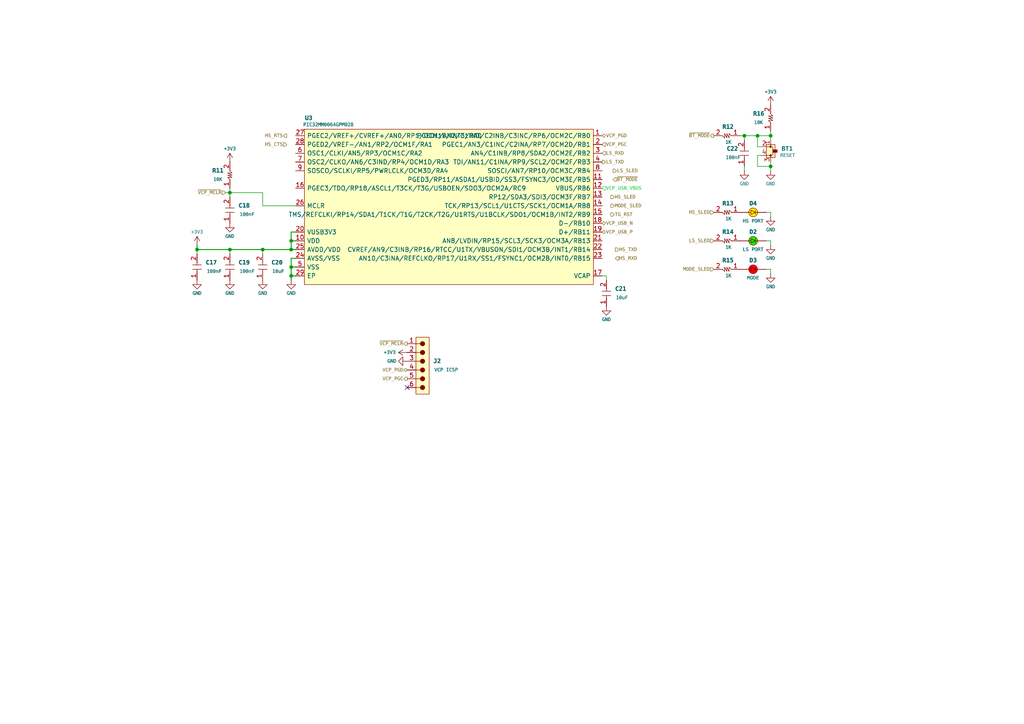
<source format=kicad_sch>
(kicad_sch (version 20231120) (generator "eeschema") (generator_version "8.0")
  (paper "A4")
  (title_block (title "PROGRAMMER & DEBUGGER") (date "2024-12-04") (rev "0.1") (company "TON DUC THANG UNIVERSITY") (comment 1 "Schematic Designed by ...") (comment 2 "PCB Designed by ...") (comment 3 "Approved by ..."))
  (lib_symbols
    (symbol "SAMPI:BT" (pin_names hide)
      (property "Reference" "BT1" (at -1.27 1.27 0))
      (property "Value" "RESET" (at -1.905 -0.635 0))
      (symbol "BT_0_1"
        (polyline (pts (xy -1.27 -3.81) (xy -1.27 -5.08)))
        (polyline (pts (xy 1.27 -3.81) (xy 1.27 -5.08)))
      )
      (symbol "BT_1_0"
        (rectangle (start -1.905 -2.54) (end 1.905 -5.08) (fill (type background)))
        (circle (center -1.27 -3.81) (radius 0.254) (fill (type outline)))
        (rectangle (start -0.381 -1.905) (end 0.381 -3.175) (fill (type outline)))
        (polyline (pts (xy -1.27 -3.81) (xy -1.905 -3.81)))
        (polyline (pts (xy -1.27 -3.175) (xy 1.27 -3.175)))
        (polyline (pts (xy 1.27 -3.81) (xy 1.905 -3.81)))
        (circle (center 1.27 -3.81) (radius 0.254) (fill (type outline)))
        (pin passive line (at -3.175 -3.81 0) (length 1.27) (name "1") (number "1"))
        (pin passive line (at -1.27 -6.35 90) (length 1.27) (name "2") (number "2"))
        (pin passive line (at 3.175 -3.81 180) (length 1.27) (name "3") (number "3"))
        (pin passive line (at 1.27 -6.35 90) (length 1.27) (name "4") (number "4"))
      )
    )
    (symbol "SAMPI:CERCAP" (pin_names hide)
      (property "Reference" "C" (at -1.905 1.905 0))
      (property "Value" "CerCap" (at -1.905 0 0))
      (symbol "CERCAP_0_1"
        (polyline (pts (xy 0 -2.54) (xy 0.635 -2.54)))
        (polyline (pts (xy 0.635 -1.27) (xy 0.635 -3.81)))
        (polyline (pts (xy 1.905 -2.54) (xy 2.54 -2.54)))
        (polyline (pts (xy 1.905 -1.27) (xy 1.905 -3.81)))
      )
      (symbol "CERCAP_1_1"
        (pin bidirectional line (at -2.54 -2.54 0) (length 2.54) (name "1") (number "1"))
        (pin bidirectional line (at 5.08 -2.54 180) (length 2.54) (name "2") (number "2"))
      )
    )
    (symbol "SAMPI:GLED" (pin_numbers hide) (pin_names hide)
      (property "Reference" "D" (at 0 1.905 0))
      (property "Value" "GLED" (at 0 0 0))
      (symbol "GLED_0_1"
        (polyline (pts (xy 0.635 -2.54) (xy 1.27 -2.54)))
        (polyline (pts (xy 2.54 -2.54) (xy 3.175 -2.54)))
        (polyline (pts (xy 2.54 -1.905) (xy 2.54 -3.175)))
      )
      (symbol "GLED_1_1"
        (polyline (pts (xy 1.27 -1.905) (xy 1.27 -3.175) (xy 2.54 -2.54) (xy 1.27 -1.905)))
        (circle (center 1.905 -2.54) (radius 1.27) (fill (type color) (color 0 255 0 1)))
        (pin bidirectional line (at -1.905 -2.54 0) (length 2.54) (name "A") (number "A"))
        (pin bidirectional line (at 5.715 -2.54 180) (length 2.54) (name "K") (number "K"))
      )
    )
    (symbol "SAMPI:RES" (pin_names hide)
      (property "Reference" "R" (at 0 1.905 0))
      (property "Value" "RES" (at 0 0 0))
      (symbol "RES_0_1"
        (polyline (pts (xy 0 -2.54) (xy 0.635 -1.905) (xy 0.635 -3.175) (xy 1.27 -1.905) (xy 1.27 -3.175) (xy 1.905 -1.905) (xy 1.905 -3.175) (xy 2.54 -2.54)))
      )
      (symbol "RES_1_1"
        (pin bidirectional line (at -2.54 -2.54 0) (length 2.54) (name "1") (number "1"))
        (pin bidirectional line (at 5.08 -2.54 180) (length 2.54) (name "2") (number "2"))
      )
    )
    (symbol "SAMPI:RLED" (pin_numbers hide) (pin_names hide)
      (property "Reference" "D" (at 0 0 0))
      (property "Value" "RLED" (at 0 -1.905 0))
      (symbol "RLED_0_1"
        (polyline (pts (xy 0 -4.445) (xy 0.635 -4.445)))
        (polyline (pts (xy 1.905 -4.445) (xy 2.54 -4.445)))
        (polyline (pts (xy 1.905 -3.81) (xy 1.905 -5.08)))
      )
      (symbol "RLED_1_1"
        (polyline (pts (xy 0.635 -3.81) (xy 0.635 -5.08) (xy 1.905 -4.445) (xy 0.635 -3.81)))
        (circle (center 1.27 -4.445) (radius 1.27) (fill (type color) (color 255 0 0 1)))
        (pin bidirectional line (at -2.54 -4.445 0) (length 2.54) (name "A") (number "A"))
        (pin bidirectional line (at 5.08 -4.445 180) (length 2.54) (name "K") (number "K"))
      )
    )
    (symbol "SAMPI:SIL06" (pin_names hide)
      (property "Reference" "J" (at 0 2.54 0))
      (property "Value" "SIL06" (at 0 0.635 0))
      (symbol "SIL06_1_1"
        (rectangle (start -1.905 -0.635) (end 1.905 -17.145) (fill (type background)))
        (circle (center 0 -15.24) (radius 0.635) (fill (type outline)))
        (circle (center 0 -12.7) (radius 0.635) (fill (type outline)))
        (circle (center 0 -10.16) (radius 0.635) (fill (type outline)))
        (circle (center 0 -7.62) (radius 0.635) (fill (type outline)))
        (circle (center 0 -5.08) (radius 0.635) (fill (type outline)))
        (circle (center 0 -2.54) (radius 0.635) (fill (type outline)))
        (polyline (pts (xy -1.905 -15.24) (xy -0.635 -15.24)))
        (polyline (pts (xy -1.905 -10.16) (xy -0.635 -10.16)))
        (polyline (pts (xy -1.905 -5.08) (xy -0.635 -5.08)))
        (polyline (pts (xy -1.905 -2.54) (xy -0.635 -2.54)))
        (polyline (pts (xy -0.635 -12.7) (xy -1.905 -12.7)))
        (polyline (pts (xy -0.635 -7.62) (xy -1.905 -7.62)))
        (pin passive line (at -4.445 -2.54 0) (length 2.54) (name "1") (number "1"))
        (pin passive line (at -4.445 -5.08 0) (length 2.54) (name "2") (number "2"))
        (pin passive line (at -4.445 -7.62 0) (length 2.54) (name "3") (number "3"))
        (pin passive line (at -4.445 -10.16 0) (length 2.54) (name "4") (number "4"))
        (pin passive line (at -4.445 -12.7 0) (length 2.54) (name "5") (number "5"))
        (pin passive line (at -4.445 -15.24 0) (length 2.54) (name "6") (number "6"))
      )
    )
    (symbol "SAMPI:YLED" (pin_numbers hide) (pin_names hide)
      (property "Reference" "D" (at 0 0 0))
      (property "Value" "YLED" (at 1.27 -1.905 0))
      (symbol "YLED_0_1"
        (polyline (pts (xy -1.27 -5.08) (xy -0.635 -5.08)))
        (polyline (pts (xy 0.635 -5.08) (xy 1.27 -5.08)))
        (polyline (pts (xy 0.635 -4.445) (xy 0.635 -5.715)))
        (polyline (pts (xy -0.635 -4.445) (xy -0.635 -5.715) (xy 0.635 -5.08) (xy -0.635 -4.445)))
      )
      (symbol "YLED_1_1"
        (circle (center 0 -5.08) (radius 1.27) (fill (type color) (color 255 255 0 1)))
        (pin bidirectional line (at -3.81 -5.08 0) (length 2.54) (name "A") (number "A"))
        (pin bidirectional line (at 3.81 -5.08 180) (length 2.54) (name "K") (number "K"))
      )
    )
    (symbol "TUANLIB:PIC32MM0256GPM028-I_M6" (pin_names (offset 0.762))
      (property "Reference" "U4" (at 6.35 6.985 0))
      (property "Value" "MCU" (at 6.985 5.08 0))
      (symbol "PIC32MM0256GPM028-I_M6_0_0"
        (pin bidirectional line (at 91.44 1.905 180) (length 2.54) (name "PGED1/AN2/C1IND/C2INB/C3INC/RP6/OCM2C/RB0") (number "1"))
        (pin power_in line (at 2.54 -28.575 0) (length 2.54) (name "VDD") (number "10"))
        (pin bidirectional line (at 91.44 -10.795 180) (length 2.54) (name "PGED3/RP11/ASDA1/USBID/SS3/FSYNC3/OCM3E/RB5") (number "11"))
        (pin bidirectional line (at 91.44 -13.335 180) (length 2.54) (name "VBUS/RB6") (number "12"))
        (pin bidirectional line (at 91.44 -15.875 180) (length 2.54) (name "RP12/SDA3/SDI3/OCM3F/RB7") (number "13"))
        (pin bidirectional line (at 91.44 -18.415 180) (length 2.54) (name "TCK/RP13/SCL1/U1CTS/SCK1/OCM1A/RB8") (number "14"))
        (pin bidirectional line (at 91.44 -20.955 180) (length 2.54) (name "TMS/REFCLKI/RP14/SDA1/T1CK/T1G/T2CK/T2G/U1RTS/U1BCLK/SDO1/OCM1B/INT2/RB9") (number "15"))
        (pin bidirectional line (at 2.54 -13.335 0) (length 2.54) (name "PGEC3/TDO/RP18/ASCL1/T3CK/T3G/USBOEN/SDO3/OCM2A/RC9") (number "16"))
        (pin passive line (at 91.44 -38.735 180) (length 2.54) (name "VCAP") (number "17"))
        (pin bidirectional line (at 91.44 -23.495 180) (length 2.54) (name "D-/RB10") (number "18"))
        (pin bidirectional line (at 91.44 -26.035 180) (length 2.54) (name "D+/RB11") (number "19"))
        (pin bidirectional line (at 91.44 -0.635 180) (length 2.54) (name "PGEC1/AN3/C1INC/C2INA/RP7/OCM2D/RB1") (number "2"))
        (pin power_in line (at 2.54 -26.035 0) (length 2.54) (name "VUSB3V3") (number "20"))
        (pin bidirectional line (at 91.44 -28.575 180) (length 2.54) (name "AN8/LVDIN/RP15/SCL3/SCK3/OCM3A/RB13") (number "21"))
        (pin bidirectional line (at 91.44 -31.115 180) (length 2.54) (name "CVREF/AN9/C3INB/RP16/RTCC/U1TX/VBUSON/SDI1/OCM3B/INT1/RB14") (number "22"))
        (pin bidirectional line (at 91.44 -33.655 180) (length 2.54) (name "AN10/C3INA/REFCLKO/RP17/U1RX/SS1/FSYNC1/OCM2B/INT0/RB15") (number "23"))
        (pin passive line (at 2.54 -33.655 0) (length 2.54) (name "AVSS/VSS") (number "24"))
        (pin power_in line (at 2.54 -31.115 0) (length 2.54) (name "AVDD/VDD") (number "25"))
        (pin input line (at 2.54 -18.415 0) (length 2.54) (name "MCLR") (number "26"))
        (pin bidirectional line (at 2.54 1.905 0) (length 2.54) (name "PGEC2/VREF+/CVREF+/AN0/RP1/OCM1E/INT3/RA0") (number "27"))
        (pin bidirectional line (at 2.54 -0.635 0) (length 2.54) (name "PGED2/VREF-/AN1/RP2/OCM1F/RA1") (number "28"))
        (pin passive line (at 2.54 -38.735 0) (length 2.54) (name "EP") (number "29"))
        (pin bidirectional line (at 91.44 -3.175 180) (length 2.54) (name "AN4/C1INB/RP8/SDA2/OCM2E/RB2") (number "3"))
        (pin bidirectional line (at 91.44 -5.715 180) (length 2.54) (name "TDI/AN11/C1INA/RP9/SCL2/OCM2F/RB3") (number "4"))
        (pin passive line (at 2.54 -36.195 0) (length 2.54) (name "VSS") (number "5"))
        (pin bidirectional line (at 2.54 -3.175 0) (length 2.54) (name "OSC1/CLKI/AN5/RP3/OCM1C/RA2") (number "6"))
        (pin bidirectional line (at 2.54 -5.715 0) (length 2.54) (name "OSC2/CLKO/AN6/C3IND/RP4/OCM1D/RA3") (number "7"))
        (pin bidirectional line (at 91.44 -8.255 180) (length 2.54) (name "SOSCI/AN7/RP10/OCM3C/RB4") (number "8"))
        (pin bidirectional line (at 2.54 -8.255 0) (length 2.54) (name "SOSCO/SCLKI/RP5/PWRLCLK/OCM3D/RA4") (number "9"))
      )
      (symbol "PIC32MM0256GPM028-I_M6_0_1"
        (rectangle (start 5.08 3.81) (end 88.9 -41.275) (fill (type background)))
      )
      (symbol "PIC32MM0256GPM028-I_M6_1_0"
        (pin no_connect line (at 2.54 -22.225 0) (length 2.54) hide (name "NC") (number "0"))
      )
    )
    (symbol "power:+3V3" (power) (pin_numbers hide) (pin_names (offset 0) hide)
      (property "Value" "+3V3" (at 0 3.556 0))
      (symbol "+3V3_0_1"
        (polyline (pts (xy -0.762 1.27) (xy 0 2.54)))
        (polyline (pts (xy 0 0) (xy 0 2.54)))
        (polyline (pts (xy 0 2.54) (xy 0.762 1.27)))
      )
      (symbol "+3V3_1_1"
        (pin power_in line (at 0 0 90) (length 0) (name "~") (number "1"))
      )
    )
    (symbol "power:GND" (power) (pin_numbers hide) (pin_names (offset 0) hide)
      (property "Value" "GND" (at 0 -3.81 0))
      (symbol "GND_0_1"
        (polyline (pts (xy 0 0) (xy 0 -1.27) (xy 1.27 -1.27) (xy 0 -2.54) (xy -1.27 -1.27) (xy 0 -1.27)))
      )
      (symbol "GND_1_1"
        (pin power_in line (at 0 0 270) (length 0) (name "~") (number "1"))
      )
    )
  )
  (junction (at 84.455 77.47))
  (junction (at 66.675 72.39))
  (junction (at 215.9 39.37))
  (junction (at 84.455 69.85))
  (junction (at 57.15 72.39))
  (junction (at 66.675 55.88))
  (junction (at 219.71 39.37))
  (junction (at 223.52 48.26))
  (junction (at 223.52 39.37))
  (junction (at 76.2 72.39))
  (junction (at 84.455 72.39))
  (junction (at 84.455 80.01))
  (no_connect (at 118.11 112.395))
  (wire (pts (xy 223.52 46.99) (xy 223.52 48.26)))
  (wire (pts (xy 84.455 67.31) (xy 85.725 67.31)) (stroke (width 0.254)))
  (wire (pts (xy 84.455 77.47) (xy 84.455 80.01)) (stroke (width 0.254)))
  (wire (pts (xy 66.675 72.39) (xy 66.675 73.66)))
  (wire (pts (xy 223.52 49.53) (xy 223.52 48.26)))
  (wire (pts (xy 219.71 48.26) (xy 223.52 48.26)))
  (wire (pts (xy 85.725 72.39) (xy 84.455 72.39)) (stroke (width 0.254)))
  (wire (pts (xy 219.71 39.37) (xy 219.71 42.545)))
  (wire (pts (xy 223.52 40.64) (xy 223.52 39.37)))
  (wire (pts (xy 76.2 72.39) (xy 84.455 72.39)) (stroke (width 0.254)))
  (wire (pts (xy 66.675 55.88) (xy 76.2 55.88)))
  (wire (pts (xy 85.725 74.93) (xy 84.455 74.93)) (stroke (width 0.254)))
  (wire (pts (xy 215.9 39.37) (xy 215.9 40.64)))
  (wire (pts (xy 214.63 39.37) (xy 215.9 39.37)))
  (wire (pts (xy 76.2 73.66) (xy 76.2 72.39)))
  (wire (pts (xy 84.455 77.47) (xy 85.725 77.47)) (stroke (width 0.254)))
  (wire (pts (xy 84.455 80.01) (xy 85.725 80.01)) (stroke (width 0.254)))
  (wire (pts (xy 223.52 79.375) (xy 223.52 78.105)))
  (wire (pts (xy 57.15 73.66) (xy 57.15 72.39)))
  (wire (pts (xy 215.9 49.53) (xy 215.9 48.26)))
  (wire (pts (xy 84.455 74.93) (xy 84.455 77.47)) (stroke (width 0.254)))
  (wire (pts (xy 220.98 42.545) (xy 219.71 42.545)))
  (wire (pts (xy 175.895 80.01) (xy 174.625 80.01)))
  (wire (pts (xy 220.98 45.085) (xy 219.71 45.085)))
  (wire (pts (xy 66.675 72.39) (xy 76.2 72.39)) (stroke (width 0.254)))
  (wire (pts (xy 219.71 39.37) (xy 223.52 39.37)))
  (wire (pts (xy 66.675 57.15) (xy 66.675 55.88)))
  (wire (pts (xy 76.2 55.88) (xy 76.2 59.69)))
  (wire (pts (xy 222.25 78.105) (xy 223.52 78.105)))
  (wire (pts (xy 223.52 62.865) (xy 223.52 61.595)))
  (wire (pts (xy 84.455 69.85) (xy 85.725 69.85)) (stroke (width 0.254)))
  (wire (pts (xy 57.15 72.39) (xy 66.675 72.39)) (stroke (width 0.254)))
  (wire (pts (xy 57.15 71.12) (xy 57.15 72.39)) (stroke (width 0.254)))
  (wire (pts (xy 84.455 80.01) (xy 84.455 81.28)) (stroke (width 0.254)))
  (wire (pts (xy 219.71 45.085) (xy 219.71 48.26)))
  (wire (pts (xy 66.675 54.61) (xy 66.675 55.88)))
  (wire (pts (xy 76.2 59.69) (xy 85.725 59.69)))
  (wire (pts (xy 222.25 61.595) (xy 223.52 61.595)))
  (wire (pts (xy 175.895 81.28) (xy 175.895 80.01)))
  (wire (pts (xy 223.52 71.12) (xy 223.52 69.85)))
  (wire (pts (xy 215.9 39.37) (xy 219.71 39.37)))
  (wire (pts (xy 222.25 69.85) (xy 223.52 69.85)))
  (wire (pts (xy 84.455 72.39) (xy 84.455 69.85)) (stroke (width 0.254)))
  (wire (pts (xy 65.405 55.88) (xy 66.675 55.88)))
  (wire (pts (xy 223.52 38.1) (xy 223.52 39.37)))
  (wire (pts (xy 84.455 69.85) (xy 84.455 67.31)) (stroke (width 0.254)))
  (hierarchical_label "~{BT_MODE}" (shape output) (at 207.01 39.37 180) (effects (font (size 1.016 1.016) (thickness 0.127))))
  (hierarchical_label "HS_CTS" (shape input) (at 83.185 41.91 180) (effects (font (size 1.016 1.016) (thickness 0.127))))
  (hierarchical_label "~{VCP_MCLR}" (shape input) (at 65.405 55.88 180) (effects (font (size 1.016 1.016) (thickness 0.127))))
  (hierarchical_label "VCP_USB_P" (shape bidirectional) (at 174.625 67.31 0) (effects (font (size 1.016 1.016) (thickness 0.127))))
  (hierarchical_label "TG_RST" (shape output) (at 177.165 62.23 0) (effects (font (size 1.016 1.016) (thickness 0.127))))
  (hierarchical_label "VCP_PGD" (shape bidirectional) (at 118.11 107.315 180) (effects (font (size 1.016 1.016) (thickness 0.127))))
  (hierarchical_label "LS_RXD" (shape input) (at 174.625 44.45 0) (effects (font (size 1.016 1.016) (thickness 0.127))))
  (hierarchical_label "LS_SLED" (shape output) (at 177.8 49.53 0) (effects (font (size 1.016 1.016) (thickness 0.127))))
  (hierarchical_label "VCP_PGC" (shape input) (at 174.625 41.91 0) (effects (font (size 1.016 1.016) (thickness 0.127))))
  (hierarchical_label "HS_TXD" (shape output) (at 178.435 72.39 0) (effects (font (size 1.016 1.016) (thickness 0.127))))
  (hierarchical_label "HS_SLED" (shape output) (at 177.165 57.15 0) (effects (font (size 1.016 1.016) (thickness 0.127))))
  (hierarchical_label "VCP_USB_N" (shape bidirectional) (at 174.625 64.77 0) (effects (font (size 1.016 1.016) (thickness 0.127))))
  (hierarchical_label "HS_RXD" (shape input) (at 178.435 74.93 0) (effects (font (size 1.016 1.016) (thickness 0.127))))
  (hierarchical_label "LS_TXD" (shape output) (at 174.625 46.99 0) (effects (font (size 1.016 1.016) (thickness 0.127))))
  (hierarchical_label "LS_SLED" (shape input) (at 207.01 69.85 180) (effects (font (size 1.016 1.016) (thickness 0.127))))
  (hierarchical_label "VCP_PGC" (shape output) (at 118.11 109.855 180) (effects (font (size 1.016 1.016) (thickness 0.127))))
  (hierarchical_label "MODE_SLED" (shape output) (at 177.165 59.69 0) (effects (font (size 1.016 1.016) (thickness 0.127))))
  (hierarchical_label "MODE_SLED" (shape input) (at 207.01 78.105 180) (effects (font (size 1.016 1.016) (thickness 0.127))))
  (hierarchical_label "VCP_USB_VBUS" (shape input) (at 174.625 54.61 0) (effects (font (size 1.016 1.016) (thickness 0.127))))
  (hierarchical_label "HS_RTS" (shape output) (at 83.185 39.37 180) (effects (font (size 1.016 1.016) (thickness 0.127))))
  (hierarchical_label "~{VCP_MCLR}" (shape output) (at 118.11 99.695 180) (effects (font (size 1.016 1.016) (thickness 0.127))))
  (hierarchical_label "HS_SLED" (shape input) (at 207.01 61.595 180) (effects (font (size 1.016 1.016) (thickness 0.127))))
  (hierarchical_label "~{BT_MODE}" (shape input) (at 177.8 52.07 0) (effects (font (size 1.016 1.016) (thickness 0.127))))
  (hierarchical_label "VCP_PGD" (shape bidirectional) (at 174.625 39.37 0) (effects (font (size 1.016 1.016) (thickness 0.127))))
  (symbol (lib_id "SAMPI:CERCAP") (at 73.66 78.74 90) (unit 1)
    (property "Reference" "C20" (at 78.74 76.1999 90) (effects (font (bold yes)) (justify right)))
    (property "Value" "10uF" (at 78.74 78.7399 90) (effects (font (size 1.016 1.016) (thickness 0.127)) (justify right)))
    (property "Footprint" "SAMPI:CAP0603" (effects (hide yes)))
    (property "Description" "CAP CER 10UF 6.3V X5R 0603" (effects (hide yes)))
    (property "MNP" "CL10A106MQ8NNNC" (effects (hide yes)))
    (property "MFT" "Samsung" (effects (hide yes)))
  )
  (symbol (lib_id "SAMPI:BT") (at 227.33 43.815 270) (unit 1)
    (property "Reference" "BT1" (at 226.695 43.18 90) (effects (font (bold yes)) (justify left)))
    (property "Value" "RESET" (at 226.06 45.085 90) (effects (font (size 1.016 1.016) (thickness 0.127)) (justify left)))
    (property "Footprint" "SAMPI:BUTTON_4P_6x6" (effects (hide yes)))
    (property "Description" "SWITCH TACTILE 6x6x17MM SPST-NO 0.05A 12V" (effects (hide yes)))
    (property "MFT" "CUI" (effects (hide yes)))
    (property "MNP" "TS02-66-170-BK-160-SCR-D" (effects (hide yes)))
  )
  (symbol (lib_id "SAMPI:RES") (at 212.09 36.83 0) (mirror y) (unit 1)
    (property "Reference" "R12" (at 209.55 36.83 0) (effects (font (bold yes)) (justify right)))
    (property "Value" "1K" (at 210.185 41.275 0) (effects (font (size 1.016 1.016) (thickness 0.127)) (justify right)))
    (property "Footprint" "SAMPI:RES0603" (effects (hide yes)))
    (property "Description" "RES 1K OHM 1% 1/10W 0603" (effects (hide yes)))
    (property "MFT" "YAGEO" (effects (hide yes)))
    (property "MNP" "RC0603FR-071KL" (effects (hide yes)))
  )
  (symbol (lib_id "SAMPI:CERCAP") (at 64.135 62.23 90) (unit 1)
    (property "Reference" "C18" (at 69.215 59.6899 90) (effects (font (bold yes)) (justify right)))
    (property "Value" "100nF" (at 69.215 62.2299 90) (effects (font (size 1.016 1.016) (thickness 0.127)) (justify right)))
    (property "Footprint" "SAMPI:CAP0603" (effects (hide yes)))
    (property "Description" "CAP CER 0.1UF 50V X7R 0603" (effects (hide yes)))
    (property "MNP" "CL10B104KB8NNNC" (effects (hide yes)))
    (property "MFT" "Samsung" (effects (hide yes)))
  )
  (symbol (lib_id "power:GND") (at 215.9 49.53 0) (unit 1)
    (property "Reference" "#PWR054" (effects (hide yes)))
    (property "Value" "GND" (at 215.9 53.34 0) (effects (font (size 1.016 1.016) (thickness 0.127))))
    (property "Description" "Power symbol creates a global label with name \"GND\" , ground" (effects (hide yes)))
  )
  (symbol (lib_id "power:GND") (at 175.895 88.9 0) (mirror y) (unit 1)
    (property "Reference" "#PWR053" (effects (hide yes)))
    (property "Value" "GND" (at 175.895 92.71 0) (effects (font (size 1.016 1.016) (thickness 0.127))))
    (property "Description" "Power symbol creates a global label with name \"GND\" , ground" (effects (hide yes)))
  )
  (symbol (lib_id "SAMPI:CERCAP") (at 173.355 86.36 90) (unit 1)
    (property "Reference" "C21" (at 178.435 83.8199 90) (effects (font (bold yes)) (justify right)))
    (property "Value" "10uF" (at 178.435 86.3599 90) (effects (font (size 1.016 1.016) (thickness 0.127)) (justify right)))
    (property "Footprint" "SAMPI:CAP0603" (effects (hide yes)))
    (property "Description" "CAP CER 10UF 6.3V X5R 0603" (effects (hide yes)))
    (property "MNP" "CL10A106MQ8NNNC" (effects (hide yes)))
    (property "MFT" "Samsung" (effects (hide yes)))
  )
  (symbol (lib_id "power:+3V3") (at 66.675 46.99 0) (unit 1)
    (property "Reference" "#PWR046" (effects (hide yes)))
    (property "Value" "+3V3" (at 66.675 43.18 0) (effects (font (size 1.016 1.016) (thickness 0.127))))
    (property "Description" "Power symbol creates a global label with name \"+3V3\"" (effects (hide yes)))
  )
  (symbol (lib_id "SAMPI:RES") (at 220.98 35.56 90) (unit 1)
    (property "Reference" "R16" (at 218.44 33.02 90) (effects (font (bold yes)) (justify right)))
    (property "Value" "10K" (at 218.44 35.56 90) (effects (font (size 1.016 1.016) (thickness 0.127)) (justify right)))
    (property "Footprint" "SAMPI:RES0603" (effects (hide yes)))
    (property "Description" "RES 10K OHM 1% 1/10W 0603" (effects (hide yes)))
    (property "MFT" "YAGEO" (effects (hide yes)))
    (property "MNP" "RC0603FR-0710KL" (effects (hide yes)))
  )
  (symbol (lib_id "SAMPI:RLED") (at 217.17 73.66 0) (unit 1)
    (property "Reference" "D3" (at 218.44 75.565 0) (effects (font (bold yes))))
    (property "Value" "MODE" (at 218.44 80.645 0) (effects (font (size 1.016 1.016) (thickness 0.127))))
    (property "Footprint" "SAMPI:LED3MM" (effects (hide yes)))
    (property "Description" "LED GREEN DIFFUSED 3MM ROUND T/H" (effects (hide yes)))
    (property "MNP" "151031VS06000" (effects (hide yes)))
    (property "MFT" "Würth Elektronik" (effects (hide yes)))
  )
  (symbol (lib_id "power:GND") (at 57.15 81.28 0) (unit 1)
    (property "Reference" "#PWR045" (effects (hide yes)))
    (property "Value" "GND" (at 57.15 85.09 0) (effects (font (size 1.016 1.016) (thickness 0.127))))
    (property "Description" "Power symbol creates a global label with name \"GND\" , ground" (effects (hide yes)))
  )
  (symbol (lib_id "power:GND") (at 66.675 64.77 0) (unit 1)
    (property "Reference" "#PWR047" (effects (hide yes)))
    (property "Value" "GND" (at 66.675 68.58 0) (effects (font (size 1.016 1.016) (thickness 0.127))))
    (property "Description" "Power symbol creates a global label with name \"GND\" , ground" (effects (hide yes)))
  )
  (symbol (lib_id "SAMPI:SIL06") (at 122.555 97.155 0) (unit 1)
    (property "Reference" "J2" (at 125.73 104.7749 0) (effects (font (bold yes)) (justify left)))
    (property "Value" "VCP ICSP" (at 125.73 107.315 0) (effects (font (size 1.016 1.016) (thickness 0.127)) (justify left)))
    (property "Footprint" "SAMPI:HD-1x6x1.27MM-TH" (effects (hide yes)))
    (property "Description" "CONN HEADER VERT 6POS 1.27MM" (effects (hide yes)))
    (property "MFT" "Harwin" (effects (hide yes)))
    (property "MNP" "M50-3530642" (effects (hide yes)))
  )
  (symbol (lib_id "SAMPI:CERCAP") (at 54.61 78.74 90) (unit 1)
    (property "Reference" "C17" (at 59.69 76.1999 90) (effects (font (bold yes)) (justify right)))
    (property "Value" "100nF" (at 59.69 78.7399 90) (effects (font (size 1.016 1.016) (thickness 0.127)) (justify right)))
    (property "Footprint" "SAMPI:CAP0603" (effects (hide yes)))
    (property "Description" "CAP CER 0.1UF 50V X7R 0603" (effects (hide yes)))
    (property "MNP" "CL10B104KB8NNNC" (effects (hide yes)))
    (property "MFT" "Samsung" (effects (hide yes)))
  )
  (symbol (lib_id "SAMPI:RES") (at 64.135 52.07 90) (unit 1)
    (property "Reference" "R11" (at 61.595 49.53 90) (effects (font (bold yes)) (justify right)))
    (property "Value" "10K" (at 61.595 52.07 90) (effects (font (size 1.016 1.016) (thickness 0.127)) (justify right)))
    (property "Footprint" "SAMPI:RES0603" (effects (hide yes)))
    (property "Description" "RES 10K OHM 1% 1/10W 0603" (effects (hide yes)))
    (property "MFT" "YAGEO" (effects (hide yes)))
    (property "MNP" "RC0603FR-0710KL" (effects (hide yes)))
  )
  (symbol (lib_id "power:GND") (at 76.2 81.28 0) (mirror y) (unit 1)
    (property "Reference" "#PWR049" (effects (hide yes)))
    (property "Value" "GND" (at 76.2 85.09 0) (effects (font (size 1.016 1.016) (thickness 0.127))))
    (property "Description" "Power symbol creates a global label with name \"GND\" , ground" (effects (hide yes)))
  )
  (symbol (lib_id "SAMPI:GLED") (at 216.535 67.31 0) (unit 1)
    (property "Reference" "D2" (at 218.44 67.31 0) (effects (font (bold yes))))
    (property "Value" "LS PORT" (at 218.44 72.39 0) (effects (font (size 1.016 1.016) (thickness 0.127))))
    (property "Footprint" "SAMPI:LED3MM" (effects (hide yes)))
    (property "Description" "LED GREEN DIFFUSED 3MM ROUND T/H" (effects (hide yes)))
    (property "MNP" "151031VS06000" (effects (hide yes)))
    (property "MFT" "Würth Elektronik" (effects (hide yes)))
  )
  (symbol (lib_id "SAMPI:YLED") (at 218.44 56.515 0) (unit 1)
    (property "Reference" "D4" (at 218.44 59.055 0) (effects (font (bold yes))))
    (property "Value" "HS PORT" (at 218.44 64.135 0) (effects (font (size 1.016 1.016) (thickness 0.127))))
    (property "Footprint" "SAMPI:LED3MM" (effects (hide yes)))
    (property "Description" "LED YELLOW DIFFUSED 3MM ROUND T/H" (effects (hide yes)))
    (property "MNP" "151031YS06000" (effects (hide yes)))
    (property "MFT" "Würth Elektronik" (effects (hide yes)))
  )
  (symbol (lib_id "power:+3V3") (at 118.11 102.235 90) (mirror x) (unit 1)
    (property "Reference" "#PWR051" (effects (hide yes)))
    (property "Value" "+3V3" (at 113.03 102.235 90) (effects (font (size 1.016 1.016) (thickness 0.127))))
    (property "Description" "Power symbol creates a global label with name \"+3V3\"" (effects (hide yes)))
  )
  (symbol (lib_id "power:GND") (at 84.455 81.28 0) (mirror y) (unit 1)
    (property "Reference" "#PWR050" (effects (hide yes)))
    (property "Value" "GND" (at 84.455 85.09 0) (effects (font (size 1.016 1.016) (thickness 0.127))))
    (property "Description" "Power symbol creates a global label with name \"GND\" , ground" (effects (hide yes)))
  )
  (symbol (lib_id "TUANLIB:PIC32MM0256GPM028-I_M6") (at 83.185 41.275 0) (unit 1)
    (property "Reference" "U3" (at 89.535 34.29 0) (effects (font (bold yes))))
    (property "Value" "PIC32MM0064GPM028" (at 95.25 36.195 0) (effects (font (size 1.016 1.016) (thickness 0.127))))
    (property "Footprint" "SAMPI:UQFN28-4x4-EP" (effects (hide yes)))
    (property "Description" "IC MCU 32BIT 64KB FLASH 28UQFN 4x4x0.4PITCH" (effects (hide yes)))
    (property "MNP" "PIC32MM0064GPM028-E/M6" (effects (hide yes)))
    (property "MFT" "Microchip Technology" (effects (hide yes)))
  )
  (symbol (lib_id "power:GND") (at 118.11 104.775 270) (mirror x) (unit 1)
    (property "Reference" "#PWR052" (effects (hide yes)))
    (property "Value" "GND" (at 113.665 104.775 90) (effects (font (size 1.016 1.016) (thickness 0.127))))
    (property "Description" "Power symbol creates a global label with name \"GND\" , ground" (effects (hide yes)))
  )
  (symbol (lib_id "power:GND") (at 223.52 49.53 0) (unit 1)
    (property "Reference" "#PWR056" (effects (hide yes)))
    (property "Value" "GND" (at 223.52 53.34 0) (effects (font (size 1.016 1.016) (thickness 0.127))))
    (property "Description" "Power symbol creates a global label with name \"GND\" , ground" (effects (hide yes)))
  )
  (symbol (lib_id "power:GND") (at 223.52 79.375 0) (unit 1)
    (property "Reference" "#PWR059" (effects (hide yes)))
    (property "Value" "GND" (at 223.52 83.185 0) (effects (font (size 1.016 1.016) (thickness 0.127))))
    (property "Description" "Power symbol creates a global label with name \"GND\" , ground" (effects (hide yes)))
  )
  (symbol (lib_id "power:GND") (at 223.52 71.12 0) (unit 1)
    (property "Reference" "#PWR058" (effects (hide yes)))
    (property "Value" "GND" (at 223.52 74.93 0) (effects (font (size 1.016 1.016) (thickness 0.127))))
    (property "Description" "Power symbol creates a global label with name \"GND\" , ground" (effects (hide yes)))
  )
  (symbol (lib_id "power:+3V3") (at 223.52 30.48 0) (unit 1)
    (property "Reference" "#PWR055" (effects (hide yes)))
    (property "Value" "+3V3" (at 223.52 26.67 0) (effects (font (size 1.016 1.016) (thickness 0.127))))
    (property "Description" "Power symbol creates a global label with name \"+3V3\"" (effects (hide yes)))
  )
  (symbol (lib_id "SAMPI:CERCAP") (at 64.135 78.74 90) (unit 1)
    (property "Reference" "C19" (at 69.215 76.1999 90) (effects (font (bold yes)) (justify right)))
    (property "Value" "100nF" (at 69.215 78.7399 90) (effects (font (size 1.016 1.016) (thickness 0.127)) (justify right)))
    (property "Footprint" "SAMPI:CAP0603" (effects (hide yes)))
    (property "Description" "CAP CER 0.1UF 50V X7R 0603" (effects (hide yes)))
    (property "MNP" "CL10B104KB8NNNC" (effects (hide yes)))
    (property "MFT" "Samsung" (effects (hide yes)))
  )
  (symbol (lib_id "power:GND") (at 223.52 62.865 0) (unit 1)
    (property "Reference" "#PWR057" (effects (hide yes)))
    (property "Value" "GND" (at 223.52 66.675 0) (effects (font (size 1.016 1.016) (thickness 0.127))))
    (property "Description" "Power symbol creates a global label with name \"GND\" , ground" (effects (hide yes)))
  )
  (symbol (lib_id "SAMPI:RES") (at 212.09 59.055 0) (mirror y) (unit 1)
    (property "Reference" "R13" (at 209.55 59.055 0) (effects (font (bold yes)) (justify right)))
    (property "Value" "1K" (at 210.185 63.5 0) (effects (font (size 1.016 1.016) (thickness 0.127)) (justify right)))
    (property "Footprint" "SAMPI:RES0603" (effects (hide yes)))
    (property "Description" "RES 1K OHM 1% 1/10W 0603" (effects (hide yes)))
    (property "MFT" "YAGEO" (effects (hide yes)))
    (property "MNP" "RC0603FR-071KL" (effects (hide yes)))
  )
  (symbol (lib_id "SAMPI:RES") (at 212.09 67.31 0) (mirror y) (unit 1)
    (property "Reference" "R14" (at 209.55 67.31 0) (effects (font (bold yes)) (justify right)))
    (property "Value" "1K" (at 210.185 71.755 0) (effects (font (size 1.016 1.016) (thickness 0.127)) (justify right)))
    (property "Footprint" "SAMPI:RES0603" (effects (hide yes)))
    (property "Description" "RES 1K OHM 1% 1/10W 0603" (effects (hide yes)))
    (property "MFT" "YAGEO" (effects (hide yes)))
    (property "MNP" "RC0603FR-071KL" (effects (hide yes)))
  )
  (symbol (lib_id "power:GND") (at 66.675 81.28 0) (unit 1)
    (property "Reference" "#PWR048" (effects (hide yes)))
    (property "Value" "GND" (at 66.675 85.09 0) (effects (font (size 1.016 1.016) (thickness 0.127))))
    (property "Description" "Power symbol creates a global label with name \"GND\" , ground" (effects (hide yes)))
  )
  (symbol (lib_id "SAMPI:RES") (at 212.09 75.565 0) (mirror y) (unit 1)
    (property "Reference" "R15" (at 209.55 75.565 0) (effects (font (bold yes)) (justify right)))
    (property "Value" "1K" (at 210.185 80.01 0) (effects (font (size 1.016 1.016) (thickness 0.127)) (justify right)))
    (property "Footprint" "SAMPI:RES0603" (effects (hide yes)))
    (property "Description" "RES 1K OHM 1% 1/10W 0603" (effects (hide yes)))
    (property "MFT" "YAGEO" (effects (hide yes)))
    (property "MNP" "RC0603FR-071KL" (effects (hide yes)))
  )
  (symbol (lib_id "power:+3V3") (at 57.15 71.12 0) (unit 1)
    (property "Reference" "#PWR044" (effects (hide yes)))
    (property "Value" "+3V3" (at 57.15 67.31 0) (effects (font (size 1.016 1.016) (thickness 0.127))))
    (property "Description" "Power symbol creates a global label with name \"+3V3\"" (effects (hide yes)))
  )
  (symbol (lib_id "SAMPI:CERCAP") (at 213.36 45.72 90) (unit 1)
    (property "Reference" "C22" (at 210.82 43.18 90) (effects (font (bold yes)) (justify right)))
    (property "Value" "100nF" (at 210.185 45.72 90) (effects (font (size 1.016 1.016) (thickness 0.127)) (justify right)))
    (property "Footprint" "SAMPI:CAP0603" (effects (hide yes)))
    (property "Description" "CAP CER 0.1UF 50V X7R 0603" (effects (hide yes)))
    (property "MNP" "CL10B104KB8NNNC" (effects (hide yes)))
    (property "MFT" "Samsung" (effects (hide yes)))
  )
)
</source>
